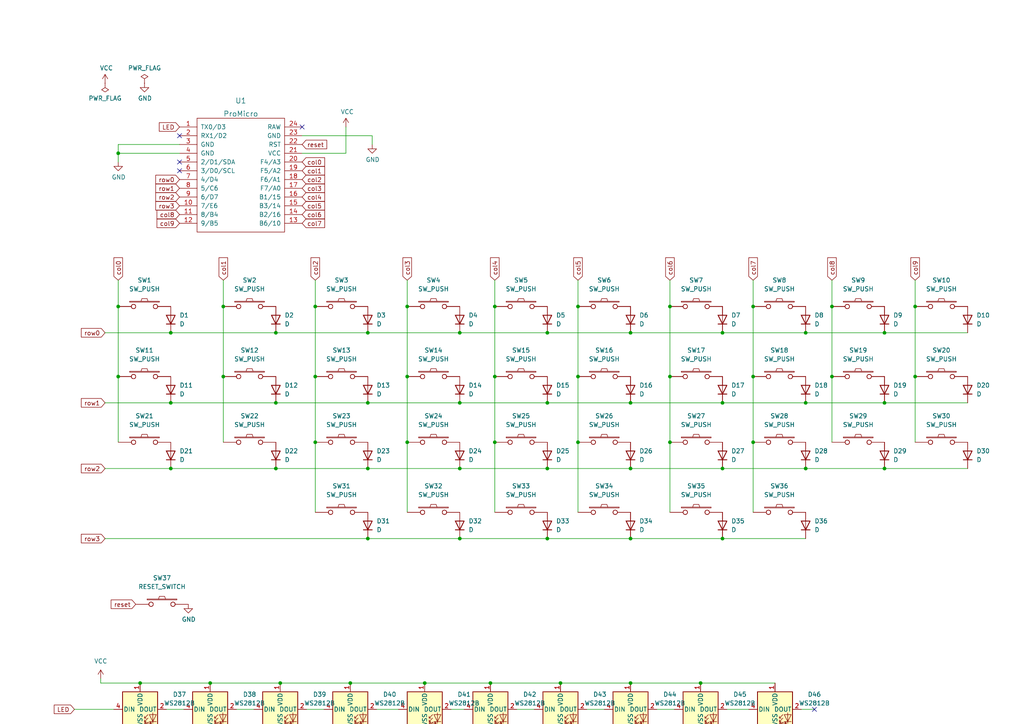
<source format=kicad_sch>
(kicad_sch (version 20211123) (generator eeschema)
  (paper "A4")
  (lib_symbols
    (symbol "Device:D" (pin_numbers hide) (pin_names (offset 1.016) hide)
      (property "Reference" "D" (at 0 2.54 0))
      (property "Value" "D" (at 0 -2.54 0))
      (symbol "D_0_1"
        (polyline (pts (xy -1.27 1.27) (xy -1.27 -1.27)) (stroke (width 0.254)))
        (polyline (pts (xy 1.27 0) (xy -1.27 0)))
        (polyline (pts (xy 1.27 1.27) (xy 1.27 -1.27) (xy -1.27 0) (xy 1.27 1.27)) (stroke (width 0.254)))
      )
      (symbol "D_1_1"
        (pin passive line (at -3.81 0 0) (length 2.54) (name "K") (number "1"))
        (pin passive line (at 3.81 0 180) (length 2.54) (name "A") (number "2"))
      )
    )
    (symbol "LED:WS2812B" (pin_names (offset 0.254))
      (property "Reference" "D" (at 5.08 5.715 0))
      (property "Value" "WS2812B" (at 1.27 -5.715 0))
      (symbol "WS2812B_0_0"
        (text "RGB" (at 2.286 -4.191 0) (effects (font (size 0.762 0.762))))
      )
      (symbol "WS2812B_0_1"
        (polyline (pts (xy 1.27 -3.556) (xy 1.778 -3.556)))
        (polyline (pts (xy 1.27 -2.54) (xy 1.778 -2.54)))
        (polyline (pts (xy 4.699 -3.556) (xy 2.667 -3.556)))
        (polyline (pts (xy 2.286 -2.54) (xy 1.27 -3.556) (xy 1.27 -3.048)))
        (polyline (pts (xy 2.286 -1.524) (xy 1.27 -2.54) (xy 1.27 -2.032)))
        (polyline (pts (xy 3.683 -1.016) (xy 3.683 -3.556) (xy 3.683 -4.064)))
        (polyline (pts (xy 4.699 -1.524) (xy 2.667 -1.524) (xy 3.683 -3.556) (xy 4.699 -1.524)))
        (rectangle (start 5.08 5.08) (end -5.08 -5.08) (stroke (width 0.254)) (fill (type background)))
      )
      (symbol "WS2812B_1_1"
        (pin power_in line (at 0 7.62 270) (length 2.54) (name "VDD") (number "1"))
        (pin output line (at 7.62 0 180) (length 2.54) (name "DOUT") (number "2"))
        (pin power_in line (at 0 -7.62 90) (length 2.54) (name "VSS") (number "3"))
        (pin input line (at -7.62 0 0) (length 2.54) (name "DIN") (number "4"))
      )
    )
    (symbol "foostan_kbd:ProMicro" (pin_names (offset 1.016))
      (property "Reference" "U" (at 0 19.05 0))
      (property "Value" "ProMicro" (at 0 -19.05 0))
      (symbol "ProMicro_0_1"
        (rectangle (start -12.7 16.51) (end 12.7 -16.51))
      )
      (symbol "ProMicro_1_1"
        (pin bidirectional line (at -17.78 13.97 0) (length 5.08) (name "TX0/D3") (number "1"))
        (pin bidirectional line (at -17.78 -8.89 0) (length 5.08) (name "7/E6") (number "10"))
        (pin bidirectional line (at -17.78 -11.43 0) (length 5.08) (name "8/B4") (number "11"))
        (pin bidirectional line (at -17.78 -13.97 0) (length 5.08) (name "9/B5") (number "12"))
        (pin bidirectional line (at 17.78 -13.97 180) (length 5.08) (name "B6/10") (number "13"))
        (pin bidirectional line (at 17.78 -11.43 180) (length 5.08) (name "B2/16") (number "14"))
        (pin bidirectional line (at 17.78 -8.89 180) (length 5.08) (name "B3/14") (number "15"))
        (pin bidirectional line (at 17.78 -6.35 180) (length 5.08) (name "B1/15") (number "16"))
        (pin bidirectional line (at 17.78 -3.81 180) (length 5.08) (name "F7/A0") (number "17"))
        (pin bidirectional line (at 17.78 -1.27 180) (length 5.08) (name "F6/A1") (number "18"))
        (pin bidirectional line (at 17.78 1.27 180) (length 5.08) (name "F5/A2") (number "19"))
        (pin bidirectional line (at -17.78 11.43 0) (length 5.08) (name "RX1/D2") (number "2"))
        (pin bidirectional line (at 17.78 3.81 180) (length 5.08) (name "F4/A3") (number "20"))
        (pin power_in line (at 17.78 6.35 180) (length 5.08) (name "VCC") (number "21"))
        (pin input line (at 17.78 8.89 180) (length 5.08) (name "RST") (number "22"))
        (pin power_in line (at 17.78 11.43 180) (length 5.08) (name "GND") (number "23"))
        (pin power_out line (at 17.78 13.97 180) (length 5.08) (name "RAW") (number "24"))
        (pin power_in line (at -17.78 8.89 0) (length 5.08) (name "GND") (number "3"))
        (pin power_in line (at -17.78 6.35 0) (length 5.08) (name "GND") (number "4"))
        (pin bidirectional line (at -17.78 3.81 0) (length 5.08) (name "2/D1/SDA") (number "5"))
        (pin bidirectional line (at -17.78 1.27 0) (length 5.08) (name "3/D0/SCL") (number "6"))
        (pin bidirectional line (at -17.78 -1.27 0) (length 5.08) (name "4/D4") (number "7"))
        (pin bidirectional line (at -17.78 -3.81 0) (length 5.08) (name "5/C6") (number "8"))
        (pin bidirectional line (at -17.78 -6.35 0) (length 5.08) (name "6/D7") (number "9"))
      )
    )
    (symbol "foostan_kbd:SW_PUSH" (pin_numbers hide) (pin_names (offset 1.016) hide)
      (property "Reference" "SW" (at 3.81 2.794 0))
      (property "Value" "SW_PUSH" (at 0 -2.032 0))
      (symbol "SW_PUSH_0_1"
        (rectangle (start -4.318 1.27) (end 4.318 1.524))
        (polyline (pts (xy -1.016 1.524) (xy -0.762 2.286) (xy 0.762 2.286) (xy 1.016 1.524)))
        (pin passive inverted (at -7.62 0 0) (length 5.08) (name "1") (number "1"))
        (pin passive inverted (at 7.62 0 180) (length 5.08) (name "2") (number "2"))
      )
    )
    (symbol "power:GND" (power) (pin_names (offset 0))
      (property "Value" "GND" (at 0 -3.81 0))
      (symbol "GND_0_1"
        (polyline (pts (xy 0 0) (xy 0 -1.27) (xy 1.27 -1.27) (xy 0 -2.54) (xy -1.27 -1.27) (xy 0 -1.27)))
      )
      (symbol "GND_1_1"
        (pin power_in line (at 0 0 270) (length 0) hide (name "GND") (number "1"))
      )
    )
    (symbol "power:PWR_FLAG" (power) (pin_numbers hide) (pin_names (offset 0) hide)
      (property "Value" "PWR_FLAG" (at 0 3.81 0))
      (symbol "PWR_FLAG_0_0"
        (pin power_out line (at 0 0 90) (length 0) (name "pwr") (number "1"))
      )
      (symbol "PWR_FLAG_0_1"
        (polyline (pts (xy 0 0) (xy 0 1.27) (xy -1.016 1.905) (xy 0 2.54) (xy 1.016 1.905) (xy 0 1.27)))
      )
    )
    (symbol "power:VCC" (power) (pin_names (offset 0))
      (property "Value" "VCC" (at 0 3.81 0))
      (symbol "VCC_0_1"
        (polyline (pts (xy -0.762 1.27) (xy 0 2.54)))
        (polyline (pts (xy 0 0) (xy 0 2.54)))
        (polyline (pts (xy 0 2.54) (xy 0.762 1.27)))
      )
      (symbol "VCC_1_1"
        (pin power_in line (at 0 0 90) (length 0) hide (name "VCC") (number "1"))
      )
    )
  )
  (junction (at 40.64 198.12))
  (junction (at 158.75 96.52))
  (junction (at 209.55 96.52))
  (junction (at 158.75 135.89))
  (junction (at 80.01 116.84))
  (junction (at 49.53 116.84))
  (junction (at 218.44 109.22))
  (junction (at 81.28 213.36))
  (junction (at 162.56 213.36))
  (junction (at 256.54 135.89))
  (junction (at 133.35 135.89))
  (junction (at 143.51 88.9))
  (junction (at 49.53 135.89))
  (junction (at 218.44 88.9))
  (junction (at 133.35 156.21))
  (junction (at 265.43 109.22))
  (junction (at 60.96 213.36))
  (junction (at 91.44 88.9))
  (junction (at 133.35 116.84))
  (junction (at 91.44 109.22))
  (junction (at 34.29 88.9))
  (junction (at 106.68 156.21))
  (junction (at 118.11 128.27))
  (junction (at 203.2 213.36))
  (junction (at 194.31 128.27))
  (junction (at 209.55 116.84))
  (junction (at 64.77 88.9))
  (junction (at 194.31 88.9))
  (junction (at 60.96 198.12))
  (junction (at 81.28 198.12))
  (junction (at 182.88 96.52))
  (junction (at 167.64 128.27))
  (junction (at 265.43 88.9))
  (junction (at 64.77 109.22))
  (junction (at 209.55 156.21))
  (junction (at 133.35 96.52))
  (junction (at 101.6 213.36))
  (junction (at 34.29 109.22))
  (junction (at 203.2 198.12))
  (junction (at 106.68 116.84))
  (junction (at 34.29 44.45))
  (junction (at 241.3 109.22))
  (junction (at 143.51 109.22))
  (junction (at 158.75 156.21))
  (junction (at 218.44 128.27))
  (junction (at 182.88 116.84))
  (junction (at 143.51 128.27))
  (junction (at 106.68 96.52))
  (junction (at 142.24 198.12))
  (junction (at 167.64 88.9))
  (junction (at 80.01 96.52))
  (junction (at 182.88 213.36))
  (junction (at 194.31 109.22))
  (junction (at 182.88 135.89))
  (junction (at 40.64 213.36))
  (junction (at 241.3 88.9))
  (junction (at 142.24 213.36))
  (junction (at 106.68 135.89))
  (junction (at 167.64 109.22))
  (junction (at 256.54 116.84))
  (junction (at 233.68 135.89))
  (junction (at 182.88 198.12))
  (junction (at 123.19 198.12))
  (junction (at 182.88 156.21))
  (junction (at 233.68 96.52))
  (junction (at 209.55 135.89))
  (junction (at 158.75 116.84))
  (junction (at 123.19 213.36))
  (junction (at 80.01 135.89))
  (junction (at 118.11 88.9))
  (junction (at 162.56 198.12))
  (junction (at 91.44 128.27))
  (junction (at 233.68 116.84))
  (junction (at 49.53 96.52))
  (junction (at 101.6 198.12))
  (junction (at 118.11 109.22))
  (junction (at 256.54 96.52))
  (no_connect (at 87.63 36.83))
  (no_connect (at 52.07 46.99))
  (no_connect (at 236.22 205.74))
  (no_connect (at 52.07 39.37))
  (no_connect (at 52.07 49.53))
  (wire (pts (xy 218.44 81.28) (xy 218.44 88.9)))
  (wire (pts (xy 256.54 96.52) (xy 280.67 96.52)))
  (wire (pts (xy 29.21 196.85) (xy 29.21 198.12)))
  (wire (pts (xy 158.75 135.89) (xy 182.88 135.89)))
  (wire (pts (xy 49.53 116.84) (xy 80.01 116.84)))
  (wire (pts (xy 106.68 116.84) (xy 133.35 116.84)))
  (wire (pts (xy 34.29 41.91) (xy 34.29 44.45)))
  (wire (pts (xy 88.9 205.74) (xy 93.98 205.74)))
  (wire (pts (xy 48.26 205.74) (xy 53.34 205.74)))
  (wire (pts (xy 158.75 96.52) (xy 182.88 96.52)))
  (wire (pts (xy 233.68 96.52) (xy 256.54 96.52)))
  (wire (pts (xy 29.21 213.36) (xy 29.21 217.17)))
  (wire (pts (xy 182.88 96.52) (xy 209.55 96.52)))
  (wire (pts (xy 218.44 109.22) (xy 218.44 128.27)))
  (wire (pts (xy 209.55 116.84) (xy 233.68 116.84)))
  (wire (pts (xy 133.35 135.89) (xy 158.75 135.89)))
  (wire (pts (xy 265.43 81.28) (xy 265.43 88.9)))
  (wire (pts (xy 118.11 109.22) (xy 118.11 128.27)))
  (wire (pts (xy 158.75 156.21) (xy 182.88 156.21)))
  (wire (pts (xy 143.51 81.28) (xy 143.51 88.9)))
  (wire (pts (xy 21.59 205.74) (xy 33.02 205.74)))
  (wire (pts (xy 68.58 205.74) (xy 73.66 205.74)))
  (wire (pts (xy 149.86 205.74) (xy 154.94 205.74)))
  (wire (pts (xy 34.29 44.45) (xy 34.29 46.99)))
  (wire (pts (xy 194.31 109.22) (xy 194.31 128.27)))
  (wire (pts (xy 167.64 109.22) (xy 167.64 128.27)))
  (wire (pts (xy 40.64 213.36) (xy 29.21 213.36)))
  (wire (pts (xy 30.48 156.21) (xy 106.68 156.21)))
  (wire (pts (xy 60.96 213.36) (xy 40.64 213.36)))
  (wire (pts (xy 123.19 198.12) (xy 142.24 198.12)))
  (wire (pts (xy 118.11 128.27) (xy 118.11 148.59)))
  (wire (pts (xy 256.54 116.84) (xy 280.67 116.84)))
  (wire (pts (xy 106.68 135.89) (xy 133.35 135.89)))
  (wire (pts (xy 194.31 128.27) (xy 194.31 148.59)))
  (wire (pts (xy 224.79 213.36) (xy 203.2 213.36)))
  (wire (pts (xy 52.07 41.91) (xy 34.29 41.91)))
  (wire (pts (xy 30.48 96.52) (xy 49.53 96.52)))
  (wire (pts (xy 241.3 88.9) (xy 241.3 109.22)))
  (wire (pts (xy 60.96 198.12) (xy 81.28 198.12)))
  (wire (pts (xy 80.01 116.84) (xy 106.68 116.84)))
  (wire (pts (xy 143.51 128.27) (xy 143.51 148.59)))
  (wire (pts (xy 182.88 135.89) (xy 209.55 135.89)))
  (wire (pts (xy 167.64 88.9) (xy 167.64 109.22)))
  (wire (pts (xy 162.56 198.12) (xy 182.88 198.12)))
  (wire (pts (xy 106.68 156.21) (xy 133.35 156.21)))
  (wire (pts (xy 34.29 109.22) (xy 34.29 128.27)))
  (wire (pts (xy 210.82 205.74) (xy 217.17 205.74)))
  (wire (pts (xy 232.41 205.74) (xy 236.22 205.74)))
  (wire (pts (xy 30.48 116.84) (xy 49.53 116.84)))
  (wire (pts (xy 194.31 88.9) (xy 194.31 109.22)))
  (wire (pts (xy 209.55 156.21) (xy 233.68 156.21)))
  (wire (pts (xy 233.68 135.89) (xy 256.54 135.89)))
  (wire (pts (xy 91.44 88.9) (xy 91.44 109.22)))
  (wire (pts (xy 265.43 88.9) (xy 265.43 109.22)))
  (wire (pts (xy 182.88 116.84) (xy 209.55 116.84)))
  (wire (pts (xy 101.6 213.36) (xy 81.28 213.36)))
  (wire (pts (xy 209.55 96.52) (xy 233.68 96.52)))
  (wire (pts (xy 133.35 156.21) (xy 158.75 156.21)))
  (wire (pts (xy 158.75 116.84) (xy 182.88 116.84)))
  (wire (pts (xy 49.53 96.52) (xy 80.01 96.52)))
  (wire (pts (xy 182.88 156.21) (xy 209.55 156.21)))
  (wire (pts (xy 107.95 39.37) (xy 107.95 41.91)))
  (wire (pts (xy 87.63 39.37) (xy 107.95 39.37)))
  (wire (pts (xy 49.53 135.89) (xy 80.01 135.89)))
  (wire (pts (xy 29.21 198.12) (xy 40.64 198.12)))
  (wire (pts (xy 203.2 198.12) (xy 224.79 198.12)))
  (wire (pts (xy 80.01 96.52) (xy 106.68 96.52)))
  (wire (pts (xy 130.81 205.74) (xy 134.62 205.74)))
  (wire (pts (xy 241.3 81.28) (xy 241.3 88.9)))
  (wire (pts (xy 118.11 88.9) (xy 118.11 109.22)))
  (wire (pts (xy 87.63 44.45) (xy 100.33 44.45)))
  (wire (pts (xy 218.44 128.27) (xy 218.44 148.59)))
  (wire (pts (xy 123.19 213.36) (xy 101.6 213.36)))
  (wire (pts (xy 143.51 109.22) (xy 143.51 128.27)))
  (wire (pts (xy 182.88 198.12) (xy 203.2 198.12)))
  (wire (pts (xy 143.51 88.9) (xy 143.51 109.22)))
  (wire (pts (xy 133.35 96.52) (xy 158.75 96.52)))
  (wire (pts (xy 64.77 88.9) (xy 64.77 109.22)))
  (wire (pts (xy 30.48 135.89) (xy 49.53 135.89)))
  (wire (pts (xy 170.18 205.74) (xy 175.26 205.74)))
  (wire (pts (xy 91.44 128.27) (xy 91.44 148.59)))
  (wire (pts (xy 256.54 135.89) (xy 280.67 135.89)))
  (wire (pts (xy 118.11 81.28) (xy 118.11 88.9)))
  (wire (pts (xy 142.24 198.12) (xy 162.56 198.12)))
  (wire (pts (xy 190.5 205.74) (xy 195.58 205.74)))
  (wire (pts (xy 241.3 109.22) (xy 241.3 128.27)))
  (wire (pts (xy 167.64 128.27) (xy 167.64 148.59)))
  (wire (pts (xy 142.24 213.36) (xy 123.19 213.36)))
  (wire (pts (xy 106.68 96.52) (xy 133.35 96.52)))
  (wire (pts (xy 182.88 213.36) (xy 162.56 213.36)))
  (wire (pts (xy 265.43 109.22) (xy 265.43 128.27)))
  (wire (pts (xy 81.28 198.12) (xy 101.6 198.12)))
  (wire (pts (xy 52.07 44.45) (xy 34.29 44.45)))
  (wire (pts (xy 233.68 116.84) (xy 256.54 116.84)))
  (wire (pts (xy 203.2 213.36) (xy 182.88 213.36)))
  (wire (pts (xy 162.56 213.36) (xy 142.24 213.36)))
  (wire (pts (xy 91.44 109.22) (xy 91.44 128.27)))
  (wire (pts (xy 209.55 135.89) (xy 233.68 135.89)))
  (wire (pts (xy 80.01 135.89) (xy 106.68 135.89)))
  (wire (pts (xy 194.31 81.28) (xy 194.31 88.9)))
  (wire (pts (xy 91.44 81.28) (xy 91.44 88.9)))
  (wire (pts (xy 100.33 36.83) (xy 100.33 44.45)))
  (wire (pts (xy 167.64 81.28) (xy 167.64 88.9)))
  (wire (pts (xy 101.6 198.12) (xy 123.19 198.12)))
  (wire (pts (xy 109.22 205.74) (xy 115.57 205.74)))
  (wire (pts (xy 218.44 88.9) (xy 218.44 109.22)))
  (wire (pts (xy 81.28 213.36) (xy 60.96 213.36)))
  (wire (pts (xy 40.64 198.12) (xy 60.96 198.12)))
  (wire (pts (xy 64.77 81.28) (xy 64.77 88.9)))
  (wire (pts (xy 133.35 116.84) (xy 158.75 116.84)))
  (wire (pts (xy 34.29 81.28) (xy 34.29 88.9)))
  (wire (pts (xy 64.77 109.22) (xy 64.77 128.27)))
  (wire (pts (xy 34.29 88.9) (xy 34.29 109.22)))
  (global_label "col1" (shape input) (at 87.63 49.53 0) (property "シート間のリファレンス" "${INTERSHEET_REFS}" (effects hide)))
  (global_label "col3" (shape input) (at 118.11 81.28 90) (property "シート間のリファレンス" "${INTERSHEET_REFS}" (effects hide)))
  (global_label "col9" (shape input) (at 265.43 81.28 90) (property "シート間のリファレンス" "${INTERSHEET_REFS}" (effects hide)))
  (global_label "col7" (shape input) (at 218.44 81.28 90) (property "シート間のリファレンス" "${INTERSHEET_REFS}" (effects hide)))
  (global_label "row3" (shape input) (at 30.48 156.21 180) (property "シート間のリファレンス" "${INTERSHEET_REFS}" (effects hide)))
  (global_label "row0" (shape input) (at 52.07 52.07 180) (property "シート間のリファレンス" "${INTERSHEET_REFS}" (effects hide)))
  (global_label "row0" (shape input) (at 30.48 96.52 180) (property "シート間のリファレンス" "${INTERSHEET_REFS}" (effects hide)))
  (global_label "col1" (shape input) (at 64.77 81.28 90) (property "シート間のリファレンス" "${INTERSHEET_REFS}" (effects hide)))
  (global_label "col4" (shape input) (at 143.51 81.28 90) (property "シート間のリファレンス" "${INTERSHEET_REFS}" (effects hide)))
  (global_label "col8" (shape input) (at 241.3 81.28 90) (property "シート間のリファレンス" "${INTERSHEET_REFS}" (effects hide)))
  (global_label "col2" (shape input) (at 91.44 81.28 90) (property "シート間のリファレンス" "${INTERSHEET_REFS}" (effects hide)))
  (global_label "col8" (shape input) (at 52.07 62.23 180) (property "シート間のリファレンス" "${INTERSHEET_REFS}" (effects hide)))
  (global_label "row1" (shape input) (at 30.48 116.84 180) (property "シート間のリファレンス" "${INTERSHEET_REFS}" (effects hide)))
  (global_label "col5" (shape input) (at 167.64 81.28 90) (property "シート間のリファレンス" "${INTERSHEET_REFS}" (effects hide)))
  (global_label "col2" (shape input) (at 87.63 52.07 0) (property "シート間のリファレンス" "${INTERSHEET_REFS}" (effects hide)))
  (global_label "row1" (shape input) (at 52.07 54.61 180) (property "シート間のリファレンス" "${INTERSHEET_REFS}" (effects hide)))
  (global_label "LED" (shape input) (at 52.07 36.83 180) (property "シート間のリファレンス" "${INTERSHEET_REFS}" (effects hide)))
  (global_label "reset" (shape input) (at 39.37 175.26 180) (property "シート間のリファレンス" "${INTERSHEET_REFS}" (effects hide)))
  (global_label "col3" (shape input) (at 87.63 54.61 0) (property "シート間のリファレンス" "${INTERSHEET_REFS}" (effects hide)))
  (global_label "col6" (shape input) (at 194.31 81.28 90) (property "シート間のリファレンス" "${INTERSHEET_REFS}" (effects hide)))
  (global_label "col0" (shape input) (at 34.29 81.28 90) (property "シート間のリファレンス" "${INTERSHEET_REFS}" (effects hide)))
  (global_label "col6" (shape input) (at 87.63 62.23 0) (property "シート間のリファレンス" "${INTERSHEET_REFS}" (effects hide)))
  (global_label "col9" (shape input) (at 52.07 64.77 180) (property "シート間のリファレンス" "${INTERSHEET_REFS}" (effects hide)))
  (global_label "col4" (shape input) (at 87.63 57.15 0) (property "シート間のリファレンス" "${INTERSHEET_REFS}" (effects hide)))
  (global_label "col0" (shape input) (at 87.63 46.99 0) (property "シート間のリファレンス" "${INTERSHEET_REFS}" (effects hide)))
  (global_label "row2" (shape input) (at 52.07 57.15 180) (property "シート間のリファレンス" "${INTERSHEET_REFS}" (effects hide)))
  (global_label "col5" (shape input) (at 87.63 59.69 0) (property "シート間のリファレンス" "${INTERSHEET_REFS}" (effects hide)))
  (global_label "reset" (shape input) (at 87.63 41.91 0) (property "シート間のリファレンス" "${INTERSHEET_REFS}" (effects hide)))
  (global_label "LED" (shape input) (at 21.59 205.74 180) (property "シート間のリファレンス" "${INTERSHEET_REFS}" (effects hide)))
  (global_label "row3" (shape input) (at 52.07 59.69 180) (property "シート間のリファレンス" "${INTERSHEET_REFS}" (effects hide)))
  (global_label "col7" (shape input) (at 87.63 64.77 0) (property "シート間のリファレンス" "${INTERSHEET_REFS}" (effects hide)))
  (global_label "row2" (shape input) (at 30.48 135.89 180) (property "シート間のリファレンス" "${INTERSHEET_REFS}" (effects hide)))
  (symbol (lib_id "foostan_kbd:SW_PUSH") (at 125.73 148.59 0) (unit 1)
    (property "Reference" "SW32" (at 125.73 140.97 0))
    (property "Value" "SW_PUSH" (at 125.73 143.51 0))
    (property "Footprint" "nowt_parts:CherryMX_Hotswap" (effects hide))
  )
  (symbol (lib_id "Device:D") (at 280.67 92.71 90) (unit 1)
    (property "Reference" "D10" (at 283.21 91.4399 90) (effects (justify right)))
    (property "Value" "D" (at 283.21 93.9799 90) (effects (justify right)))
    (property "Footprint" "nowt_parts:Diode_SMD" (effects hide))
  )
  (symbol (lib_id "foostan_kbd:SW_PUSH") (at 201.93 88.9 0) (unit 1)
    (property "Reference" "SW7" (at 201.93 81.28 0))
    (property "Value" "SW_PUSH" (at 201.93 83.82 0))
    (property "Footprint" "nowt_parts:CherryMX_Hotswap" (effects hide))
  )
  (symbol (lib_id "Device:D") (at 158.75 132.08 90) (unit 1)
    (property "Reference" "D25" (at 161.29 130.8099 90) (effects (justify right)))
    (property "Value" "D" (at 161.29 133.3499 90) (effects (justify right)))
    (property "Footprint" "nowt_parts:Diode_SMD" (effects hide))
  )
  (symbol (lib_id "Device:D") (at 182.88 92.71 90) (unit 1)
    (property "Reference" "D6" (at 185.42 91.4399 90) (effects (justify right)))
    (property "Value" "D" (at 185.42 93.9799 90) (effects (justify right)))
    (property "Footprint" "nowt_parts:Diode_SMD" (effects hide))
  )
  (symbol (lib_id "LED:WS2812B") (at 123.19 205.74 0) (unit 1)
    (property "Reference" "D41" (at 134.62 201.4093 0))
    (property "Value" "WS2812B" (at 134.62 203.9493 0))
    (property "Footprint" "nowt_parts:LED_WS2812B_PLCC4_5.0x5.0mm_P3.2mm_Back" (effects hide))
    (property "Datasheet" "https://cdn-shop.adafruit.com/datasheets/WS2812B.pdf" (effects hide))
  )
  (symbol (lib_id "power:PWR_FLAG") (at 30.48 24.13 180) (unit 1)
    (property "Reference" "#FLG01" (effects hide))
    (property "Value" "PWR_FLAG" (at 30.48 28.5242 0))
  )
  (symbol (lib_id "foostan_kbd:SW_PUSH") (at 72.39 109.22 0) (unit 1)
    (property "Reference" "SW12" (at 72.39 101.6 0))
    (property "Value" "SW_PUSH" (at 72.39 104.14 0))
    (property "Footprint" "nowt_parts:CherryMX_Hotswap" (effects hide))
  )
  (symbol (lib_id "foostan_kbd:SW_PUSH") (at 41.91 88.9 0) (unit 1)
    (property "Reference" "SW1" (at 41.91 81.28 0))
    (property "Value" "SW_PUSH" (at 41.91 83.82 0))
    (property "Footprint" "nowt_parts:CherryMX_Hotswap" (effects hide))
  )
  (symbol (lib_id "Device:D") (at 233.68 92.71 90) (unit 1)
    (property "Reference" "D8" (at 236.22 91.4399 90) (effects (justify right)))
    (property "Value" "D" (at 236.22 93.9799 90) (effects (justify right)))
    (property "Footprint" "nowt_parts:Diode_SMD" (effects hide))
  )
  (symbol (lib_id "Device:D") (at 106.68 92.71 90) (unit 1)
    (property "Reference" "D3" (at 109.22 91.4399 90) (effects (justify right)))
    (property "Value" "D" (at 109.22 93.9799 90) (effects (justify right)))
    (property "Footprint" "nowt_parts:Diode_SMD" (effects hide))
  )
  (symbol (lib_id "foostan_kbd:SW_PUSH") (at 226.06 109.22 0) (unit 1)
    (property "Reference" "SW18" (at 226.06 101.6 0))
    (property "Value" "SW_PUSH" (at 226.06 104.14 0))
    (property "Footprint" "nowt_parts:CherryMX_Hotswap" (effects hide))
  )
  (symbol (lib_id "foostan_kbd:SW_PUSH") (at 175.26 148.59 0) (unit 1)
    (property "Reference" "SW34" (at 175.26 140.97 0))
    (property "Value" "SW_PUSH" (at 175.26 143.51 0))
    (property "Footprint" "nowt_parts:CherryMX_Hotswap" (effects hide))
  )
  (symbol (lib_id "LED:WS2812B") (at 224.79 205.74 0) (unit 1)
    (property "Reference" "D46" (at 236.22 201.4093 0))
    (property "Value" "WS2812B" (at 236.22 203.9493 0))
    (property "Footprint" "nowt_parts:LED_WS2812B_PLCC4_5.0x5.0mm_P3.2mm_front" (effects hide))
    (property "Datasheet" "https://cdn-shop.adafruit.com/datasheets/WS2812B.pdf" (effects hide))
  )
  (symbol (lib_id "LED:WS2812B") (at 203.2 205.74 0) (unit 1)
    (property "Reference" "D45" (at 214.63 201.4093 0))
    (property "Value" "WS2812B" (at 214.63 203.9493 0))
    (property "Footprint" "nowt_parts:LED_WS2812B_PLCC4_5.0x5.0mm_P3.2mm_Back" (effects hide))
    (property "Datasheet" "https://cdn-shop.adafruit.com/datasheets/WS2812B.pdf" (effects hide))
  )
  (symbol (lib_id "foostan_kbd:SW_PUSH") (at 99.06 88.9 0) (unit 1)
    (property "Reference" "SW3" (at 99.06 81.28 0))
    (property "Value" "SW_PUSH" (at 99.06 83.82 0))
    (property "Footprint" "nowt_parts:CherryMX_Hotswap" (effects hide))
  )
  (symbol (lib_id "foostan_kbd:SW_PUSH") (at 248.92 109.22 0) (unit 1)
    (property "Reference" "SW19" (at 248.92 101.6 0))
    (property "Value" "SW_PUSH" (at 248.92 104.14 0))
    (property "Footprint" "nowt_parts:CherryMX_Hotswap" (effects hide))
  )
  (symbol (lib_id "power:VCC") (at 30.48 24.13 0) (unit 1)
    (property "Reference" "#PWR01" (effects hide))
    (property "Value" "VCC" (at 30.861 19.7358 0))
  )
  (symbol (lib_id "LED:WS2812B") (at 162.56 205.74 0) (unit 1)
    (property "Reference" "D43" (at 173.99 201.4093 0))
    (property "Value" "WS2812B" (at 173.99 203.9493 0))
    (property "Footprint" "nowt_parts:LED_WS2812B_PLCC4_5.0x5.0mm_P3.2mm_Back" (effects hide))
    (property "Datasheet" "https://cdn-shop.adafruit.com/datasheets/WS2812B.pdf" (effects hide))
  )
  (symbol (lib_id "foostan_kbd:SW_PUSH") (at 151.13 148.59 0) (unit 1)
    (property "Reference" "SW33" (at 151.13 140.97 0))
    (property "Value" "SW_PUSH" (at 151.13 143.51 0))
    (property "Footprint" "nowt_parts:CherryMX_Hotswap" (effects hide))
  )
  (symbol (lib_id "foostan_kbd:SW_PUSH") (at 226.06 128.27 0) (unit 1)
    (property "Reference" "SW28" (at 226.06 120.65 0))
    (property "Value" "SW_PUSH" (at 226.06 123.19 0))
    (property "Footprint" "nowt_parts:CherryMX_Hotswap" (effects hide))
  )
  (symbol (lib_id "Device:D") (at 158.75 92.71 90) (unit 1)
    (property "Reference" "D5" (at 161.29 91.4399 90) (effects (justify right)))
    (property "Value" "D" (at 161.29 93.9799 90) (effects (justify right)))
    (property "Footprint" "nowt_parts:Diode_SMD" (effects hide))
  )
  (symbol (lib_id "Device:D") (at 209.55 113.03 90) (unit 1)
    (property "Reference" "D17" (at 212.09 111.7599 90) (effects (justify right)))
    (property "Value" "D" (at 212.09 114.2999 90) (effects (justify right)))
    (property "Footprint" "nowt_parts:Diode_SMD" (effects hide))
  )
  (symbol (lib_id "Device:D") (at 133.35 92.71 90) (unit 1)
    (property "Reference" "D4" (at 135.89 91.4399 90) (effects (justify right)))
    (property "Value" "D" (at 135.89 93.9799 90) (effects (justify right)))
    (property "Footprint" "nowt_parts:Diode_SMD" (effects hide))
  )
  (symbol (lib_id "foostan_kbd:SW_PUSH") (at 125.73 128.27 0) (unit 1)
    (property "Reference" "SW24" (at 125.73 120.65 0))
    (property "Value" "SW_PUSH" (at 125.73 123.19 0))
    (property "Footprint" "nowt_parts:CherryMX_Hotswap" (effects hide))
  )
  (symbol (lib_id "Device:D") (at 80.01 132.08 90) (unit 1)
    (property "Reference" "D22" (at 82.55 130.8099 90) (effects (justify right)))
    (property "Value" "D" (at 82.55 133.3499 90) (effects (justify right)))
    (property "Footprint" "nowt_parts:Diode_SMD" (effects hide))
  )
  (symbol (lib_id "power:PWR_FLAG") (at 41.91 24.13 0) (unit 1)
    (property "Reference" "#FLG02" (effects hide))
    (property "Value" "PWR_FLAG" (at 41.91 19.7358 0))
  )
  (symbol (lib_id "foostan_kbd:SW_PUSH") (at 248.92 128.27 0) (unit 1)
    (property "Reference" "SW29" (at 248.92 120.65 0))
    (property "Value" "SW_PUSH" (at 248.92 123.19 0))
    (property "Footprint" "nowt_parts:CherryMX_Hotswap" (effects hide))
  )
  (symbol (lib_id "Device:D") (at 80.01 92.71 90) (unit 1)
    (property "Reference" "D2" (at 82.55 91.4399 90) (effects (justify right)))
    (property "Value" "D" (at 82.55 93.9799 90) (effects (justify right)))
    (property "Footprint" "nowt_parts:Diode_SMD" (effects hide))
  )
  (symbol (lib_id "Device:D") (at 233.68 113.03 90) (unit 1)
    (property "Reference" "D18" (at 236.22 111.7599 90) (effects (justify right)))
    (property "Value" "D" (at 236.22 114.2999 90) (effects (justify right)))
    (property "Footprint" "nowt_parts:Diode_SMD" (effects hide))
  )
  (symbol (lib_id "foostan_kbd:SW_PUSH") (at 201.93 128.27 0) (unit 1)
    (property "Reference" "SW27" (at 201.93 120.65 0))
    (property "Value" "SW_PUSH" (at 201.93 123.19 0))
    (property "Footprint" "nowt_parts:CherryMX_Hotswap" (effects hide))
  )
  (symbol (lib_id "Device:D") (at 49.53 132.08 90) (unit 1)
    (property "Reference" "D21" (at 52.07 130.8099 90) (effects (justify right)))
    (property "Value" "D" (at 52.07 133.3499 90) (effects (justify right)))
    (property "Footprint" "nowt_parts:Diode_SMD" (effects hide))
  )
  (symbol (lib_id "foostan_kbd:SW_PUSH") (at 273.05 109.22 0) (unit 1)
    (property "Reference" "SW20" (at 273.05 101.6 0))
    (property "Value" "SW_PUSH" (at 273.05 104.14 0))
    (property "Footprint" "nowt_parts:CherryMX_Hotswap" (effects hide))
  )
  (symbol (lib_id "Device:D") (at 209.55 132.08 90) (unit 1)
    (property "Reference" "D27" (at 212.09 130.8099 90) (effects (justify right)))
    (property "Value" "D" (at 212.09 133.3499 90) (effects (justify right)))
    (property "Footprint" "nowt_parts:Diode_SMD" (effects hide))
  )
  (symbol (lib_id "power:VCC") (at 100.33 36.83 0) (unit 1)
    (property "Reference" "#PWR03" (effects hide))
    (property "Value" "VCC" (at 100.711 32.4358 0))
  )
  (symbol (lib_id "foostan_kbd:SW_PUSH") (at 125.73 88.9 0) (unit 1)
    (property "Reference" "SW4" (at 125.73 81.28 0))
    (property "Value" "SW_PUSH" (at 125.73 83.82 0))
    (property "Footprint" "nowt_parts:CherryMX_Hotswap" (effects hide))
  )
  (symbol (lib_id "Device:D") (at 49.53 92.71 90) (unit 1)
    (property "Reference" "D1" (at 52.07 91.4399 90) (effects (justify right)))
    (property "Value" "D" (at 52.07 93.9799 90) (effects (justify right)))
    (property "Footprint" "nowt_parts:Diode_SMD" (effects hide))
  )
  (symbol (lib_id "LED:WS2812B") (at 60.96 205.74 0) (unit 1)
    (property "Reference" "D38" (at 72.39 201.4093 0))
    (property "Value" "WS2812B" (at 72.39 203.9493 0))
    (property "Footprint" "nowt_parts:LED_WS2812B_PLCC4_5.0x5.0mm_P3.2mm_Back" (effects hide))
    (property "Datasheet" "https://cdn-shop.adafruit.com/datasheets/WS2812B.pdf" (effects hide))
  )
  (symbol (lib_id "Device:D") (at 233.68 132.08 90) (unit 1)
    (property "Reference" "D28" (at 236.22 130.8099 90) (effects (justify right)))
    (property "Value" "D" (at 236.22 133.3499 90) (effects (justify right)))
    (property "Footprint" "nowt_parts:Diode_SMD" (effects hide))
  )
  (symbol (lib_id "Device:D") (at 256.54 132.08 90) (unit 1)
    (property "Reference" "D29" (at 259.08 130.8099 90) (effects (justify right)))
    (property "Value" "D" (at 259.08 133.3499 90) (effects (justify right)))
    (property "Footprint" "nowt_parts:Diode_SMD" (effects hide))
  )
  (symbol (lib_id "foostan_kbd:SW_PUSH") (at 72.39 128.27 0) (unit 1)
    (property "Reference" "SW22" (at 72.39 120.65 0))
    (property "Value" "SW_PUSH" (at 72.39 123.19 0))
    (property "Footprint" "nowt_parts:CherryMX_Hotswap" (effects hide))
  )
  (symbol (lib_id "foostan_kbd:SW_PUSH") (at 46.99 175.26 0) (unit 1)
    (property "Reference" "SW37" (at 46.99 167.64 0))
    (property "Value" "RESET_SWITCH" (at 46.99 170.18 0))
    (property "Footprint" "nowt_parts:ResetSW_1side_back" (effects hide))
  )
  (symbol (lib_id "Device:D") (at 133.35 152.4 90) (unit 1)
    (property "Reference" "D32" (at 135.89 151.1299 90) (effects (justify right)))
    (property "Value" "D" (at 135.89 153.6699 90) (effects (justify right)))
    (property "Footprint" "nowt_parts:Diode_SMD" (effects hide))
  )
  (symbol (lib_id "Device:D") (at 158.75 152.4 90) (unit 1)
    (property "Reference" "D33" (at 161.29 151.1299 90) (effects (justify right)))
    (property "Value" "D" (at 161.29 153.6699 90) (effects (justify right)))
    (property "Footprint" "nowt_parts:Diode_SMD" (effects hide))
  )
  (symbol (lib_id "power:VCC") (at 29.21 196.85 0) (unit 1)
    (property "Reference" "#PWR07" (effects hide))
    (property "Value" "VCC" (at 29.21 191.77 0))
  )
  (symbol (lib_id "Device:D") (at 106.68 152.4 90) (unit 1)
    (property "Reference" "D31" (at 109.22 151.1299 90) (effects (justify right)))
    (property "Value" "D" (at 109.22 153.6699 90) (effects (justify right)))
    (property "Footprint" "nowt_parts:Diode_SMD" (effects hide))
  )
  (symbol (lib_id "foostan_kbd:SW_PUSH") (at 41.91 128.27 0) (unit 1)
    (property "Reference" "SW21" (at 41.91 120.65 0))
    (property "Value" "SW_PUSH" (at 41.91 123.19 0))
    (property "Footprint" "nowt_parts:CherryMX_Hotswap" (effects hide))
  )
  (symbol (lib_id "LED:WS2812B") (at 40.64 205.74 0) (unit 1)
    (property "Reference" "D37" (at 52.07 201.4093 0))
    (property "Value" "WS2812B" (at 52.07 203.9493 0))
    (property "Footprint" "nowt_parts:LED_WS2812B_PLCC4_5.0x5.0mm_P3.2mm_Back" (effects hide))
    (property "Datasheet" "https://cdn-shop.adafruit.com/datasheets/WS2812B.pdf" (effects hide))
  )
  (symbol (lib_id "foostan_kbd:SW_PUSH") (at 151.13 109.22 0) (unit 1)
    (property "Reference" "SW15" (at 151.13 101.6 0))
    (property "Value" "SW_PUSH" (at 151.13 104.14 0))
    (property "Footprint" "nowt_parts:CherryMX_Hotswap" (effects hide))
  )
  (symbol (lib_id "foostan_kbd:SW_PUSH") (at 99.06 128.27 0) (unit 1)
    (property "Reference" "SW23" (at 99.06 120.65 0))
    (property "Value" "SW_PUSH" (at 99.06 123.19 0))
    (property "Footprint" "nowt_parts:CherryMX_Hotswap" (effects hide))
  )
  (symbol (lib_id "LED:WS2812B") (at 182.88 205.74 0) (unit 1)
    (property "Reference" "D44" (at 194.31 201.4093 0))
    (property "Value" "WS2812B" (at 194.31 203.9493 0))
    (property "Footprint" "nowt_parts:LED_WS2812B_PLCC4_5.0x5.0mm_P3.2mm_Back" (effects hide))
    (property "Datasheet" "https://cdn-shop.adafruit.com/datasheets/WS2812B.pdf" (effects hide))
  )
  (symbol (lib_id "foostan_kbd:SW_PUSH") (at 72.39 88.9 0) (unit 1)
    (property "Reference" "SW2" (at 72.39 81.28 0))
    (property "Value" "SW_PUSH" (at 72.39 83.82 0))
    (property "Footprint" "nowt_parts:CherryMX_Hotswap" (effects hide))
  )
  (symbol (lib_id "foostan_kbd:SW_PUSH") (at 99.06 109.22 0) (unit 1)
    (property "Reference" "SW13" (at 99.06 101.6 0))
    (property "Value" "SW_PUSH" (at 99.06 104.14 0))
    (property "Footprint" "nowt_parts:CherryMX_Hotswap" (effects hide))
  )
  (symbol (lib_id "foostan_kbd:SW_PUSH") (at 226.06 148.59 0) (unit 1)
    (property "Reference" "SW36" (at 226.06 140.97 0))
    (property "Value" "SW_PUSH" (at 226.06 143.51 0))
    (property "Footprint" "nowt_parts:CherryMX_Hotswap" (effects hide))
  )
  (symbol (lib_id "Device:D") (at 80.01 113.03 90) (unit 1)
    (property "Reference" "D12" (at 82.55 111.7599 90) (effects (justify right)))
    (property "Value" "D" (at 82.55 114.2999 90) (effects (justify right)))
    (property "Footprint" "nowt_parts:Diode_SMD" (effects hide))
  )
  (symbol (lib_id "power:GND") (at 29.21 217.17 0) (unit 1)
    (property "Reference" "#PWR08" (effects hide))
    (property "Value" "GND" (at 29.21 222.25 0))
  )
  (symbol (lib_id "Device:D") (at 256.54 92.71 90) (unit 1)
    (property "Reference" "D9" (at 259.08 91.4399 90) (effects (justify right)))
    (property "Value" "D" (at 259.08 93.9799 90) (effects (justify right)))
    (property "Footprint" "nowt_parts:Diode_SMD" (effects hide))
  )
  (symbol (lib_id "Device:D") (at 256.54 113.03 90) (unit 1)
    (property "Reference" "D19" (at 259.08 111.7599 90) (effects (justify right)))
    (property "Value" "D" (at 259.08 114.2999 90) (effects (justify right)))
    (property "Footprint" "nowt_parts:Diode_SMD" (effects hide))
  )
  (symbol (lib_id "foostan_kbd:SW_PUSH") (at 248.92 88.9 0) (unit 1)
    (property "Reference" "SW9" (at 248.92 81.28 0))
    (property "Value" "SW_PUSH" (at 248.92 83.82 0))
    (property "Footprint" "nowt_parts:CherryMX_Hotswap" (effects hide))
  )
  (symbol (lib_id "Device:D") (at 106.68 132.08 90) (unit 1)
    (property "Reference" "D23" (at 109.22 130.8099 90) (effects (justify right)))
    (property "Value" "D" (at 109.22 133.3499 90) (effects (justify right)))
    (property "Footprint" "nowt_parts:Diode_SMD" (effects hide))
  )
  (symbol (lib_id "LED:WS2812B") (at 81.28 205.74 0) (unit 1)
    (property "Reference" "D39" (at 92.71 201.4093 0))
    (property "Value" "WS2812B" (at 92.71 203.9493 0))
    (property "Footprint" "nowt_parts:LED_WS2812B_PLCC4_5.0x5.0mm_P3.2mm_Back" (effects hide))
    (property "Datasheet" "https://cdn-shop.adafruit.com/datasheets/WS2812B.pdf" (effects hide))
  )
  (symbol (lib_id "power:GND") (at 54.61 175.26 0) (unit 1)
    (property "Reference" "#PWR06" (effects hide))
    (property "Value" "GND" (at 54.737 179.6542 0))
  )
  (symbol (lib_id "Device:D") (at 209.55 152.4 90) (unit 1)
    (property "Reference" "D35" (at 212.09 151.1299 90) (effects (justify right)))
    (property "Value" "D" (at 212.09 153.6699 90) (effects (justify right)))
    (property "Footprint" "nowt_parts:Diode_SMD" (effects hide))
  )
  (symbol (lib_id "Device:D") (at 182.88 113.03 90) (unit 1)
    (property "Reference" "D16" (at 185.42 111.7599 90) (effects (justify right)))
    (property "Value" "D" (at 185.42 114.2999 90) (effects (justify right)))
    (property "Footprint" "nowt_parts:Diode_SMD" (effects hide))
  )
  (symbol (lib_id "foostan_kbd:SW_PUSH") (at 175.26 88.9 0) (unit 1)
    (property "Reference" "SW6" (at 175.26 81.28 0))
    (property "Value" "SW_PUSH" (at 175.26 83.82 0))
    (property "Footprint" "nowt_parts:CherryMX_Hotswap" (effects hide))
  )
  (symbol (lib_id "foostan_kbd:ProMicro") (at 69.85 50.8 0) (unit 1)
    (property "Reference" "U1" (at 69.85 29.21 0) (effects (font (size 1.524 1.524))))
    (property "Value" "ProMicro" (at 69.85 33.02 0) (effects (font (size 1.524 1.524))))
    (property "Footprint" "nowt_parts:ProMicro_v3.5_mods" (effects hide))
  )
  (symbol (lib_id "foostan_kbd:SW_PUSH") (at 99.06 148.59 0) (unit 1)
    (property "Reference" "SW31" (at 99.06 140.97 0))
    (property "Value" "SW_PUSH" (at 99.06 143.51 0))
    (property "Footprint" "nowt_parts:CherryMX_Hotswap" (effects hide))
  )
  (symbol (lib_id "power:GND") (at 41.91 24.13 0) (unit 1)
    (property "Reference" "#PWR02" (effects hide))
    (property "Value" "GND" (at 42.037 28.5242 0))
  )
  (symbol (lib_id "Device:D") (at 280.67 113.03 90) (unit 1)
    (property "Reference" "D20" (at 283.21 111.7599 90) (effects (justify right)))
    (property "Value" "D" (at 283.21 114.2999 90) (effects (justify right)))
    (property "Footprint" "nowt_parts:Diode_SMD" (effects hide))
  )
  (symbol (lib_id "foostan_kbd:SW_PUSH") (at 273.05 88.9 0) (unit 1)
    (property "Reference" "SW10" (at 273.05 81.28 0))
    (property "Value" "SW_PUSH" (at 273.05 83.82 0))
    (property "Footprint" "nowt_parts:CherryMX_Hotswap" (effects hide))
  )
  (symbol (lib_id "foostan_kbd:SW_PUSH") (at 226.06 88.9 0) (unit 1)
    (property "Reference" "SW8" (at 226.06 81.28 0))
    (property "Value" "SW_PUSH" (at 226.06 83.82 0))
    (property "Footprint" "nowt_parts:CherryMX_Hotswap" (effects hide))
  )
  (symbol (lib_id "foostan_kbd:SW_PUSH") (at 175.26 109.22 0) (unit 1)
    (property "Reference" "SW16" (at 175.26 101.6 0))
    (property "Value" "SW_PUSH" (at 175.26 104.14 0))
    (property "Footprint" "nowt_parts:CherryMX_Hotswap" (effects hide))
  )
  (symbol (lib_id "foostan_kbd:SW_PUSH") (at 41.91 109.22 0) (unit 1)
    (property "Reference" "SW11" (at 41.91 101.6 0))
    (property "Value" "SW_PUSH" (at 41.91 104.14 0))
    (property "Footprint" "nowt_parts:CherryMX_Hotswap" (effects hide))
  )
  (symbol (lib_id "Device:D") (at 209.55 92.71 90) (unit 1)
    (property "Reference" "D7" (at 212.09 91.4399 90) (effects (justify right)))
    (property "Value" "D" (at 212.09 93.9799 90) (effects (justify right)))
    (property "Footprint" "nowt_parts:Diode_SMD" (effects hide))
  )
  (symbol (lib_id "foostan_kbd:SW_PUSH") (at 151.13 128.27 0) (unit 1)
    (property "Reference" "SW25" (at 151.13 120.65 0))
    (property "Value" "SW_PUSH" (at 151.13 123.19 0))
    (property "Footprint" "nowt_parts:CherryMX_Hotswap" (effects hide))
  )
  (symbol (lib_id "Device:D") (at 280.67 132.08 90) (unit 1)
    (property "Reference" "D30" (at 283.21 130.8099 90) (effects (justify right)))
    (property "Value" "D" (at 283.21 133.3499 90) (effects (justify right)))
    (property "Footprint" "nowt_parts:Diode_SMD" (effects hide))
  )
  (symbol (lib_id "power:GND") (at 34.29 46.99 0) (unit 1)
    (property "Reference" "#PWR05" (effects hide))
    (property "Value" "GND" (at 34.417 51.3842 0))
  )
  (symbol (lib_id "Device:D") (at 106.68 113.03 90) (unit 1)
    (property "Reference" "D13" (at 109.22 111.7599 90) (effects (justify right)))
    (property "Value" "D" (at 109.22 114.2999 90) (effects (justify right)))
    (property "Footprint" "nowt_parts:Diode_SMD" (effects hide))
  )
  (symbol (lib_id "foostan_kbd:SW_PUSH") (at 273.05 128.27 0) (unit 1)
    (property "Reference" "SW30" (at 273.05 120.65 0))
    (property "Value" "SW_PUSH" (at 273.05 123.19 0))
    (property "Footprint" "nowt_parts:CherryMX_Hotswap" (effects hide))
  )
  (symbol (lib_id "Device:D") (at 133.35 132.08 90) (unit 1)
    (property "Reference" "D24" (at 135.89 130.8099 90) (effects (justify right)))
    (property "Value" "D" (at 135.89 133.3499 90) (effects (justify right)))
    (property "Footprint" "nowt_parts:Diode_SMD" (effects hide))
  )
  (symbol (lib_id "foostan_kbd:SW_PUSH") (at 175.26 128.27 0) (unit 1)
    (property "Reference" "SW26" (at 175.26 120.65 0))
    (property "Value" "SW_PUSH" (at 175.26 123.19 0))
    (property "Footprint" "nowt_parts:CherryMX_Hotswap" (effects hide))
  )
  (symbol (lib_id "power:GND") (at 107.95 41.91 0) (unit 1)
    (property "Reference" "#PWR04" (effects hide))
    (property "Value" "GND" (at 108.077 46.3042 0))
  )
  (symbol (lib_id "Device:D") (at 133.35 113.03 90) (unit 1)
    (property "Reference" "D14" (at 135.89 111.7599 90) (effects (justify right)))
    (property "Value" "D" (at 135.89 114.2999 90) (effects (justify right)))
    (property "Footprint" "nowt_parts:Diode_SMD" (effects hide))
  )
  (symbol (lib_id "LED:WS2812B") (at 101.6 205.74 0) (unit 1)
    (property "Reference" "D40" (at 113.03 201.4093 0))
    (property "Value" "WS2812B" (at 113.03 203.9493 0))
    (property "Footprint" "nowt_parts:LED_WS2812B_PLCC4_5.0x5.0mm_P3.2mm_Back" (effects hide))
    (property "Datasheet" "https://cdn-shop.adafruit.com/datasheets/WS2812B.pdf" (effects hide))
  )
  (symbol (lib_id "foostan_kbd:SW_PUSH") (at 151.13 88.9 0) (unit 1)
    (property "Reference" "SW5" (at 151.13 81.28 0))
    (property "Value" "SW_PUSH" (at 151.13 83.82 0))
    (property "Footprint" "nowt_parts:CherryMX_Hotswap" (effects hide))
  )
  (symbol (lib_id "foostan_kbd:SW_PUSH") (at 201.93 109.22 0) (unit 1)
    (property "Reference" "SW17" (at 201.93 101.6 0))
    (property "Value" "SW_PUSH" (at 201.93 104.14 0))
    (property "Footprint" "nowt_parts:CherryMX_Hotswap" (effects hide))
  )
  (symbol (lib_id "Device:D") (at 182.88 152.4 90) (unit 1)
    (property "Reference" "D34" (at 185.42 151.1299 90) (effects (justify right)))
    (property "Value" "D" (at 185.42 153.6699 90) (effects (justify right)))
    (property "Footprint" "nowt_parts:Diode_SMD" (effects hide))
  )
  (symbol (lib_id "Device:D") (at 182.88 132.08 90) (unit 1)
    (property "Reference" "D26" (at 185.42 130.8099 90) (effects (justify right)))
    (property "Value" "D" (at 185.42 133.3499 90) (effects (justify right)))
    (property "Footprint" "nowt_parts:Diode_SMD" (effects hide))
  )
  (symbol (lib_id "Device:D") (at 49.53 113.03 90) (unit 1)
    (property "Reference" "D11" (at 52.07 111.7599 90) (effects (justify right)))
    (property "Value" "D" (at 52.07 114.2999 90) (effects (justify right)))
    (property "Footprint" "nowt_parts:Diode_SMD" (effects hide))
  )
  (symbol (lib_id "Device:D") (at 233.68 152.4 90) (unit 1)
    (property "Reference" "D36" (at 236.22 151.1299 90) (effects (justify right)))
    (property "Value" "D" (at 236.22 153.6699 90) (effects (justify right)))
    (property "Footprint" "nowt_parts:Diode_SMD" (effects hide))
  )
  (symbol (lib_id "foostan_kbd:SW_PUSH") (at 201.93 148.59 0) (unit 1)
    (property "Reference" "SW35" (at 201.93 140.97 0))
    (property "Value" "SW_PUSH" (at 201.93 143.51 0))
    (property "Footprint" "nowt_parts:CherryMX_Hotswap" (effects hide))
  )
  (symbol (lib_id "Device:D") (at 158.75 113.03 90) (unit 1)
    (property "Reference" "D15" (at 161.29 111.7599 90) (effects (justify right)))
    (property "Value" "D" (at 161.29 114.2999 90) (effects (justify right)))
    (property "Footprint" "nowt_parts:Diode_SMD" (effects hide))
  )
  (symbol (lib_id "LED:WS2812B") (at 142.24 205.74 0) (unit 1)
    (property "Reference" "D42" (at 153.67 201.4093 0))
    (property "Value" "WS2812B" (at 153.67 203.9493 0))
    (property "Footprint" "nowt_parts:LED_WS2812B_PLCC4_5.0x5.0mm_P3.2mm_Back" (effects hide))
    (property "Datasheet" "https://cdn-shop.adafruit.com/datasheets/WS2812B.pdf" (effects hide))
  )
  (symbol (lib_id "foostan_kbd:SW_PUSH") (at 125.73 109.22 0) (unit 1)
    (property "Reference" "SW14" (at 125.73 101.6 0))
    (property "Value" "SW_PUSH" (at 125.73 104.14 0))
    (property "Footprint" "nowt_parts:CherryMX_Hotswap" (effects hide))
  )
)
</source>
